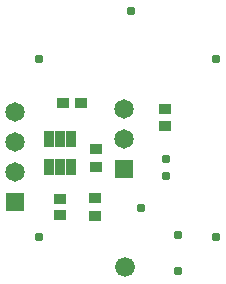
<source format=gts>
%FSLAX25Y25*%
%MOIN*%
G70*
G01*
G75*
G04 Layer_Color=8388736*
%ADD10R,0.03347X0.02756*%
%ADD11R,0.02756X0.05118*%
%ADD12R,0.03543X0.02756*%
%ADD13R,0.03543X0.03150*%
%ADD14C,0.01969*%
%ADD15C,0.00984*%
%ADD16C,0.01181*%
%ADD17C,0.01575*%
%ADD18C,0.06000*%
%ADD19C,0.05906*%
%ADD20R,0.05906X0.05906*%
%ADD21C,0.02500*%
%ADD22C,0.00787*%
%ADD23C,0.00050*%
%ADD24C,0.00606*%
%ADD25C,0.01000*%
%ADD26R,0.03937X0.03347*%
%ADD27R,0.03347X0.05709*%
%ADD28R,0.04134X0.03347*%
%ADD29R,0.04134X0.03740*%
%ADD30C,0.06591*%
%ADD31C,0.06496*%
%ADD32R,0.06496X0.06496*%
%ADD33C,0.03091*%
D26*
X520571Y437795D02*
D03*
X526673D02*
D03*
D27*
X523425Y425984D02*
D03*
X519685D02*
D03*
X515945D02*
D03*
Y416535D02*
D03*
X519685D02*
D03*
X523425D02*
D03*
D28*
X531496Y406102D02*
D03*
Y400197D02*
D03*
X531693Y422457D02*
D03*
Y416551D02*
D03*
D29*
X519685Y400394D02*
D03*
Y405905D02*
D03*
X554724Y430315D02*
D03*
Y435827D02*
D03*
D30*
X541339Y383071D02*
D03*
D31*
X540945Y435748D02*
D03*
Y425748D02*
D03*
X504724Y414724D02*
D03*
Y424724D02*
D03*
Y434724D02*
D03*
D32*
X540945Y415748D02*
D03*
X504724Y404724D02*
D03*
D33*
X555118Y413386D02*
D03*
Y419291D02*
D03*
X571654Y393307D02*
D03*
X559055Y393701D02*
D03*
X543307Y468504D02*
D03*
X571654Y452362D02*
D03*
X559055Y381890D02*
D03*
X512598Y452362D02*
D03*
Y393307D02*
D03*
X546701Y402883D02*
D03*
M02*

</source>
